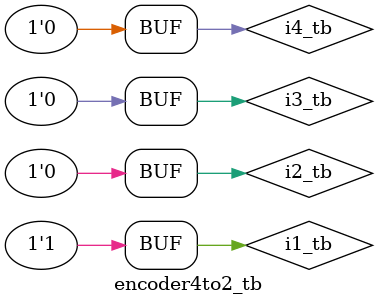
<source format=v>
 module encoder4to2_tb();
 reg i4_tb,i3_tb,i2_tb,i1_tb;
 wire o2_tb,o1_tb;
 encoder4to2 
duv(.i1(i1_tb),.i2(i2_tb),.i3(i3_tb),.i4(i4_tb),.o1(o1_tb),.o2(o2_tb));
 initial
 begin
 $dumpfile("test.vcd");
 $dumpvars;
 i1_tb=0;i2_tb=0;i3_tb=0;i4_tb=1;#10;
 i1_tb=0;i2_tb=0;i3_tb=1;i4_tb=0;#10;
 i1_tb=0;i2_tb=1;i3_tb=0;i4_tb=0;#10;
 i1_tb=1;i2_tb=0;i3_tb=0;i4_tb=0;#10;
 end;
 endmodule

</source>
